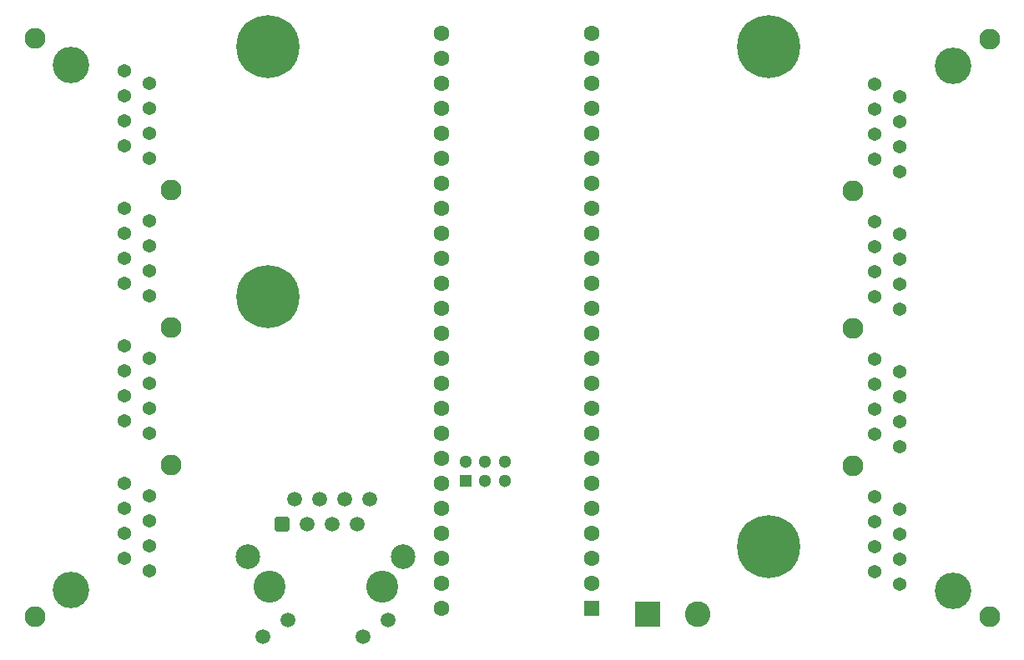
<source format=gbs>
G04 #@! TF.GenerationSoftware,KiCad,Pcbnew,(6.0.0-0)*
G04 #@! TF.CreationDate,2022-01-07T14:07:45-07:00*
G04 #@! TF.ProjectId,Controller_T41_rev0.2a,436f6e74-726f-46c6-9c65-725f5434315f,rev?*
G04 #@! TF.SameCoordinates,Original*
G04 #@! TF.FileFunction,Soldermask,Bot*
G04 #@! TF.FilePolarity,Negative*
%FSLAX46Y46*%
G04 Gerber Fmt 4.6, Leading zero omitted, Abs format (unit mm)*
G04 Created by KiCad (PCBNEW (6.0.0-0)) date 2022-01-07 14:07:45*
%MOMM*%
%LPD*%
G01*
G04 APERTURE LIST*
G04 Aperture macros list*
%AMRoundRect*
0 Rectangle with rounded corners*
0 $1 Rounding radius*
0 $2 $3 $4 $5 $6 $7 $8 $9 X,Y pos of 4 corners*
0 Add a 4 corners polygon primitive as box body*
4,1,4,$2,$3,$4,$5,$6,$7,$8,$9,$2,$3,0*
0 Add four circle primitives for the rounded corners*
1,1,$1+$1,$2,$3*
1,1,$1+$1,$4,$5*
1,1,$1+$1,$6,$7*
1,1,$1+$1,$8,$9*
0 Add four rect primitives between the rounded corners*
20,1,$1+$1,$2,$3,$4,$5,0*
20,1,$1+$1,$4,$5,$6,$7,0*
20,1,$1+$1,$6,$7,$8,$9,0*
20,1,$1+$1,$8,$9,$2,$3,0*%
G04 Aperture macros list end*
%ADD10C,1.371600*%
%ADD11C,2.108200*%
%ADD12C,3.708400*%
%ADD13C,3.250000*%
%ADD14RoundRect,0.250500X-0.499500X-0.499500X0.499500X-0.499500X0.499500X0.499500X-0.499500X0.499500X0*%
%ADD15C,1.500000*%
%ADD16C,2.500000*%
%ADD17R,2.600000X2.600000*%
%ADD18C,2.600000*%
%ADD19C,1.600000*%
%ADD20R,1.600000X1.600000*%
%ADD21R,1.300000X1.300000*%
%ADD22C,1.300000*%
%ADD23C,0.800000*%
%ADD24C,6.400000*%
G04 APERTURE END LIST*
D10*
X185140600Y-93462000D03*
X185140600Y-90922000D03*
X185140600Y-79482000D03*
X185140600Y-76942000D03*
X187680600Y-94732000D03*
X187680600Y-92192000D03*
X187680600Y-80752000D03*
X187680600Y-78212000D03*
D11*
X182897602Y-99172000D03*
X182897602Y-85202000D03*
X182897602Y-71232000D03*
D12*
X193097600Y-111872000D03*
X193097600Y-58532000D03*
D11*
X196762800Y-114571994D03*
X196762800Y-55832005D03*
D10*
X185140600Y-82022000D03*
X187680600Y-83292000D03*
X185140600Y-96002000D03*
X187680600Y-97272000D03*
X185140600Y-88382000D03*
X187680600Y-89652000D03*
X185140600Y-74402000D03*
X187680600Y-75672000D03*
X185140600Y-107442000D03*
X185140600Y-104902000D03*
X187680600Y-108712000D03*
X187680600Y-106172000D03*
X185140600Y-109982000D03*
X187680600Y-111252000D03*
X185140600Y-102362000D03*
X187680600Y-103632000D03*
X185140600Y-65522000D03*
X185140600Y-62982000D03*
X187680600Y-66792000D03*
X187680600Y-64252000D03*
X185140600Y-68062000D03*
X187680600Y-69332000D03*
X185140600Y-60442000D03*
X187680600Y-61712000D03*
X111531400Y-76870400D03*
X111531400Y-79410400D03*
X111531400Y-90850400D03*
X111531400Y-93390400D03*
X108991400Y-75600400D03*
X108991400Y-78140400D03*
X108991400Y-89580400D03*
X108991400Y-92120400D03*
D11*
X113774398Y-71160400D03*
X113774398Y-85130400D03*
X113774398Y-99100400D03*
D12*
X103574400Y-58460400D03*
X103574400Y-111800400D03*
D11*
X99909200Y-55760406D03*
X99909200Y-114500395D03*
D10*
X111531400Y-88310400D03*
X108991400Y-87040400D03*
X111531400Y-74330400D03*
X108991400Y-73060400D03*
X111531400Y-81950400D03*
X108991400Y-80680400D03*
X111531400Y-95930400D03*
X108991400Y-94660400D03*
X111531400Y-62890400D03*
X111531400Y-65430400D03*
X108991400Y-61620400D03*
X108991400Y-64160400D03*
X111531400Y-60350400D03*
X108991400Y-59080400D03*
X111531400Y-67970400D03*
X108991400Y-66700400D03*
X111531400Y-104810400D03*
X111531400Y-107350400D03*
X108991400Y-103540400D03*
X108991400Y-106080400D03*
X111531400Y-102270400D03*
X108991400Y-101000400D03*
X111531400Y-109890400D03*
X108991400Y-108620400D03*
D13*
X135128000Y-111506000D03*
X123698000Y-111506000D03*
D14*
X124968000Y-105156000D03*
D15*
X126238000Y-102616000D03*
X127508000Y-105156000D03*
X128778000Y-102616000D03*
X130048000Y-105156000D03*
X131318000Y-102616000D03*
X132588000Y-105156000D03*
D16*
X121538000Y-108456000D03*
D15*
X133858000Y-102616000D03*
D16*
X137288000Y-108456000D03*
D15*
X123088000Y-116586000D03*
X125628000Y-114886000D03*
X135738000Y-114886000D03*
X133198000Y-116586000D03*
D17*
X162087560Y-114300000D03*
D18*
X167167560Y-114300000D03*
D19*
X141168120Y-113718340D03*
X141168120Y-111178340D03*
X141168120Y-108638340D03*
X141168120Y-106098340D03*
X141168120Y-103558340D03*
X141168120Y-101018340D03*
X141168120Y-98478340D03*
X141168120Y-95938340D03*
X141168120Y-93398340D03*
X141168120Y-90858340D03*
X141168120Y-88318340D03*
X141168120Y-85778340D03*
X141168120Y-83238340D03*
X141168120Y-80698340D03*
D20*
X156408120Y-113718340D03*
D19*
X156408120Y-111178340D03*
X156408120Y-108638340D03*
X156408120Y-106098340D03*
X156408120Y-103558340D03*
X156408120Y-101018340D03*
X156408120Y-98478340D03*
X156408120Y-95938340D03*
X156408120Y-93398340D03*
X156408120Y-90858340D03*
X156408120Y-88318340D03*
X156408120Y-85778340D03*
X156408120Y-83238340D03*
X141168120Y-78158340D03*
X141168120Y-75618340D03*
X141168120Y-73078340D03*
X141168120Y-70538340D03*
X141168120Y-67998340D03*
X141168120Y-65458340D03*
X141168120Y-62918340D03*
X141168120Y-60378340D03*
X141168120Y-57838340D03*
X141168120Y-55298340D03*
X156408120Y-55298340D03*
X156408120Y-57838340D03*
X156408120Y-60378340D03*
X156408120Y-62918340D03*
X156408120Y-80698340D03*
X156408120Y-78158340D03*
X156408120Y-75618340D03*
X156408120Y-65458340D03*
X156408120Y-67998340D03*
X156408120Y-70538340D03*
X156408120Y-73078340D03*
D21*
X143606520Y-100748340D03*
D22*
X143606520Y-98748340D03*
X145606520Y-100748340D03*
X145606520Y-98748340D03*
X147606520Y-98748340D03*
X147606520Y-100748340D03*
D23*
X176070596Y-105722084D03*
X174373540Y-105019140D03*
X172676484Y-105722084D03*
X171973540Y-107419140D03*
X172676484Y-109116196D03*
X174373540Y-109819140D03*
X176070596Y-109116196D03*
X176773540Y-107419140D03*
D24*
X174373540Y-107419140D03*
D23*
X125270596Y-80322084D03*
X123573540Y-79619140D03*
X121876484Y-80322084D03*
X121173540Y-82019140D03*
X121876484Y-83716196D03*
X123573540Y-84419140D03*
X125270596Y-83716196D03*
X125973540Y-82019140D03*
D24*
X123573540Y-82019140D03*
D23*
X176070596Y-54922084D03*
X174373540Y-54219140D03*
X172676484Y-54922084D03*
X171973540Y-56619140D03*
X172676484Y-58316196D03*
X174373540Y-59019140D03*
X176070596Y-58316196D03*
X176773540Y-56619140D03*
D24*
X174373540Y-56619140D03*
D23*
X125270596Y-54922084D03*
X123573540Y-54219140D03*
X121876484Y-54922084D03*
X121173540Y-56619140D03*
X121876484Y-58316196D03*
X123573540Y-59019140D03*
X125270596Y-58316196D03*
X125973540Y-56619140D03*
D24*
X123573540Y-56619140D03*
M02*

</source>
